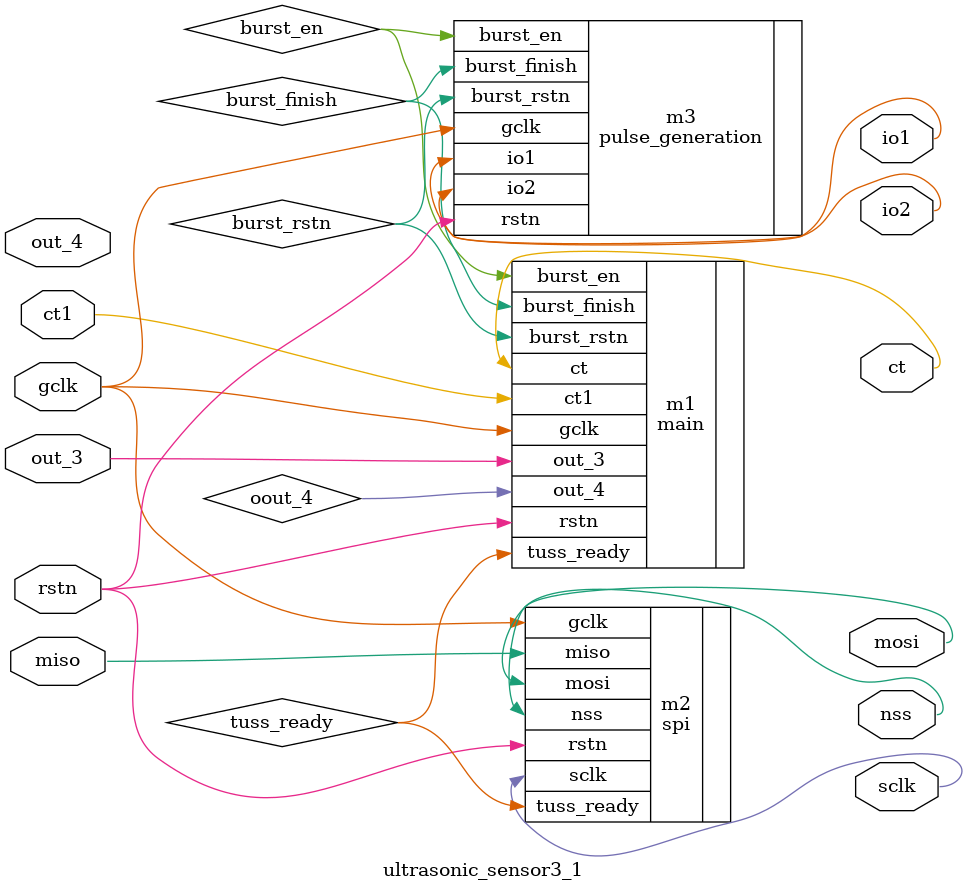
<source format=v>
module ultrasonic_sensor3_1
//修改端口后记得例化！！！
(
input out_3,
input out_4,
input ct1,
input gclk,
input rstn,
input miso,
output ct,
output mosi,
output sclk,
output nss,
output io1,
output io2);

main m1(
.gclk (gclk),
.rstn (rstn),
.burst_en (burst_en),
.burst_rstn(burst_rstn),
.burst_finish(burst_finish),
.tuss_ready(tuss_ready),
.out_3(out_3),
.out_4(oout_4),
//.detect_en(detect_en),
//.detected(detected),
.ct (ct),
.ct1 (ct1)

);

spi m2(
.gclk (gclk),
.rstn (rstn),
.tuss_ready(tuss_ready),
.mosi (mosi),
.miso (miso),
.sclk (sclk),
.nss (nss)
);



pulse_generation m3(
.gclk (gclk),
.rstn (rstn),
.burst_en (burst_en),
.burst_finish(burst_finish),
.burst_rstn(burst_rstn),
.io1 (io1),
.io2 (io2)
);



//detection m4(
//.gclk(gclk),
//.rstn(rstn),
//.out_3(out_3),
//.out_4(out_4),
//.detect_en(detect_en),
//.detected(detected)
//);




//芯片配置
	//从SPI模块收发数据        								ps：每帧数据发送前nss都要先拉低再拉高；弄清各个寄存器的配置值，SPI各位的值
	//根据从SPI模块返回的信息判断芯片是否准备就绪 		ps：VDRV电压以及芯片的模式


//物体检测
	//在芯片准备就绪后io1/io2控制产生脉冲 					ps:通过SPI的2、3、4位检测错误，如果检测到错误则重新发送
	//根据out_3,out_4返回的信息判断本次是否检测到物体  	ps:out_3作用在于增加稳定性
	//确认检测到物体后，通过CT控制LED灯亮					ps:检测逻辑 
	//亮灯反馈信号CT1进行计数

endmodule
</source>
